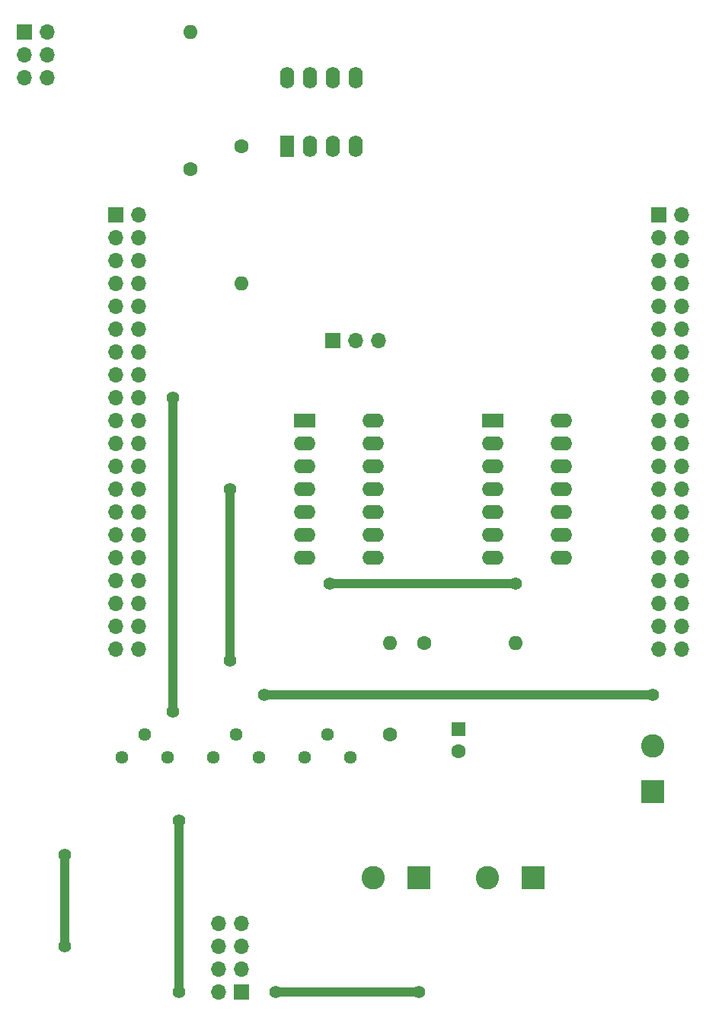
<source format=gbr>
%TF.GenerationSoftware,KiCad,Pcbnew,(5.0.1)-4*%
%TF.CreationDate,2021-10-01T09:14:40+02:00*%
%TF.ProjectId,carteDmx512,6361727465446D783531322E6B696361,rev?*%
%TF.SameCoordinates,Original*%
%TF.FileFunction,Copper,L1,Top,Signal*%
%TF.FilePolarity,Positive*%
%FSLAX46Y46*%
G04 Gerber Fmt 4.6, Leading zero omitted, Abs format (unit mm)*
G04 Created by KiCad (PCBNEW (5.0.1)-4) date 01/10/2021 09:14:40*
%MOMM*%
%LPD*%
G01*
G04 APERTURE LIST*
%TA.AperFunction,ComponentPad*%
%ADD10O,2.400000X1.600000*%
%TD*%
%TA.AperFunction,ComponentPad*%
%ADD11R,2.400000X1.600000*%
%TD*%
%TA.AperFunction,ComponentPad*%
%ADD12R,1.700000X1.700000*%
%TD*%
%TA.AperFunction,ComponentPad*%
%ADD13O,1.700000X1.700000*%
%TD*%
%TA.AperFunction,ComponentPad*%
%ADD14O,1.600000X1.600000*%
%TD*%
%TA.AperFunction,ComponentPad*%
%ADD15C,1.600000*%
%TD*%
%TA.AperFunction,ComponentPad*%
%ADD16C,1.440000*%
%TD*%
%TA.AperFunction,ComponentPad*%
%ADD17R,1.600000X2.400000*%
%TD*%
%TA.AperFunction,ComponentPad*%
%ADD18O,1.600000X2.400000*%
%TD*%
%TA.AperFunction,ComponentPad*%
%ADD19R,2.600000X2.600000*%
%TD*%
%TA.AperFunction,ComponentPad*%
%ADD20C,2.600000*%
%TD*%
%TA.AperFunction,ComponentPad*%
%ADD21R,1.600000X1.600000*%
%TD*%
%TA.AperFunction,ViaPad*%
%ADD22C,1.400000*%
%TD*%
%TA.AperFunction,Conductor*%
%ADD23C,1.000000*%
%TD*%
G04 APERTURE END LIST*
D10*
%TO.P,U1,14*%
%TO.N,5V*%
X254635000Y-96520000D03*
%TO.P,U1,7*%
%TO.N,GND*%
X247015000Y-111760000D03*
%TO.P,U1,13*%
%TO.N,Net-(J2-Pad1)*%
X254635000Y-99060000D03*
%TO.P,U1,6*%
%TO.N,start*%
X247015000Y-109220000D03*
%TO.P,U1,12*%
%TO.N,Net-(J2-Pad1)*%
X254635000Y-101600000D03*
%TO.P,U1,5*%
%TO.N,out_s*%
X247015000Y-106680000D03*
%TO.P,U1,11*%
%TO.N,Net-(J2-Pad3)*%
X254635000Y-104140000D03*
%TO.P,U1,4*%
%TO.N,Net-(U1-Pad4)*%
X247015000Y-104140000D03*
%TO.P,U1,10*%
%TO.N,N/C*%
X254635000Y-106680000D03*
%TO.P,U1,3*%
X247015000Y-101600000D03*
%TO.P,U1,9*%
X254635000Y-109220000D03*
%TO.P,U1,2*%
X247015000Y-99060000D03*
%TO.P,U1,8*%
X254635000Y-111760000D03*
D11*
%TO.P,U1,1*%
X247015000Y-96520000D03*
%TD*%
D12*
%TO.P,J4,1*%
%TO.N,SCK_nrF*%
X205105000Y-73660000D03*
D13*
%TO.P,J4,2*%
%TO.N,MISO_nrF*%
X207645000Y-73660000D03*
%TO.P,J4,3*%
%TO.N,MOSI_nrF*%
X205105000Y-76200000D03*
%TO.P,J4,4*%
%TO.N,IRQ_nrF*%
X207645000Y-76200000D03*
%TO.P,J4,5*%
%TO.N,Net-(J4-Pad5)*%
X205105000Y-78740000D03*
%TO.P,J4,6*%
%TO.N,Net-(J4-Pad6)*%
X207645000Y-78740000D03*
%TO.P,J4,7*%
%TO.N,Net-(J4-Pad7)*%
X205105000Y-81280000D03*
%TO.P,J4,8*%
%TO.N,Net-(J4-Pad8)*%
X207645000Y-81280000D03*
%TO.P,J4,9*%
%TO.N,Net-(J4-Pad9)*%
X205105000Y-83820000D03*
%TO.P,J4,10*%
%TO.N,Net-(J4-Pad10)*%
X207645000Y-83820000D03*
%TO.P,J4,11*%
%TO.N,Net-(J4-Pad11)*%
X205105000Y-86360000D03*
%TO.P,J4,12*%
%TO.N,Net-(J4-Pad12)*%
X207645000Y-86360000D03*
%TO.P,J4,13*%
%TO.N,Net-(J4-Pad13)*%
X205105000Y-88900000D03*
%TO.P,J4,14*%
%TO.N,Net-(J4-Pad14)*%
X207645000Y-88900000D03*
%TO.P,J4,15*%
%TO.N,Net-(J4-Pad15)*%
X205105000Y-91440000D03*
%TO.P,J4,16*%
%TO.N,Net-(J4-Pad16)*%
X207645000Y-91440000D03*
%TO.P,J4,17*%
%TO.N,Net-(J4-Pad17)*%
X205105000Y-93980000D03*
%TO.P,J4,18*%
%TO.N,3.3V*%
X207645000Y-93980000D03*
%TO.P,J4,19*%
%TO.N,Net-(J4-Pad19)*%
X205105000Y-96520000D03*
%TO.P,J4,20*%
%TO.N,5V*%
X207645000Y-96520000D03*
%TO.P,J4,21*%
%TO.N,Net-(J4-Pad21)*%
X205105000Y-99060000D03*
%TO.P,J4,22*%
%TO.N,Net-(J4-Pad22)*%
X207645000Y-99060000D03*
%TO.P,J4,23*%
%TO.N,Net-(J4-Pad23)*%
X205105000Y-101600000D03*
%TO.P,J4,24*%
%TO.N,Net-(J4-Pad24)*%
X207645000Y-101600000D03*
%TO.P,J4,25*%
%TO.N,Net-(J4-Pad25)*%
X205105000Y-104140000D03*
%TO.P,J4,26*%
%TO.N,Vinput*%
X207645000Y-104140000D03*
%TO.P,J4,27*%
%TO.N,Net-(J4-Pad27)*%
X205105000Y-106680000D03*
%TO.P,J4,28*%
%TO.N,Net-(J4-Pad28)*%
X207645000Y-106680000D03*
%TO.P,J4,29*%
%TO.N,Net-(J4-Pad29)*%
X205105000Y-109220000D03*
%TO.P,J4,30*%
%TO.N,TX*%
X207645000Y-109220000D03*
%TO.P,J4,31*%
%TO.N,CE_nrF*%
X205105000Y-111760000D03*
%TO.P,J4,32*%
%TO.N,Net-(J4-Pad32)*%
X207645000Y-111760000D03*
%TO.P,J4,33*%
%TO.N,CSN_nrF*%
X205105000Y-114300000D03*
%TO.P,J4,34*%
%TO.N,Net-(J4-Pad34)*%
X207645000Y-114300000D03*
%TO.P,J4,35*%
%TO.N,Net-(J4-Pad35)*%
X205105000Y-116840000D03*
%TO.P,J4,36*%
%TO.N,PitchIn*%
X207645000Y-116840000D03*
%TO.P,J4,37*%
%TO.N,AnInG*%
X205105000Y-119380000D03*
%TO.P,J4,38*%
%TO.N,VolumeIn_Adapt*%
X207645000Y-119380000D03*
%TO.P,J4,39*%
%TO.N,AnInB*%
X205105000Y-121920000D03*
%TO.P,J4,40*%
%TO.N,AnInR*%
X207645000Y-121920000D03*
%TD*%
%TO.P,J5,40*%
%TO.N,Net-(J5-Pad40)*%
X267970000Y-121920000D03*
%TO.P,J5,39*%
%TO.N,Net-(J5-Pad39)*%
X265430000Y-121920000D03*
%TO.P,J5,38*%
%TO.N,Net-(J5-Pad38)*%
X267970000Y-119380000D03*
%TO.P,J5,37*%
%TO.N,Net-(J5-Pad37)*%
X265430000Y-119380000D03*
%TO.P,J5,36*%
%TO.N,Net-(J5-Pad36)*%
X267970000Y-116840000D03*
%TO.P,J5,35*%
%TO.N,Net-(J5-Pad35)*%
X265430000Y-116840000D03*
%TO.P,J5,34*%
%TO.N,Net-(J5-Pad34)*%
X267970000Y-114300000D03*
%TO.P,J5,33*%
%TO.N,Net-(J5-Pad33)*%
X265430000Y-114300000D03*
%TO.P,J5,32*%
%TO.N,Net-(J5-Pad32)*%
X267970000Y-111760000D03*
%TO.P,J5,31*%
%TO.N,start*%
X265430000Y-111760000D03*
%TO.P,J5,30*%
%TO.N,Net-(J5-Pad30)*%
X267970000Y-109220000D03*
%TO.P,J5,29*%
%TO.N,out_s*%
X265430000Y-109220000D03*
%TO.P,J5,28*%
%TO.N,Net-(J5-Pad28)*%
X267970000Y-106680000D03*
%TO.P,J5,27*%
%TO.N,enable*%
X265430000Y-106680000D03*
%TO.P,J5,26*%
%TO.N,Net-(J5-Pad26)*%
X267970000Y-104140000D03*
%TO.P,J5,25*%
%TO.N,Net-(J5-Pad25)*%
X265430000Y-104140000D03*
%TO.P,J5,24*%
%TO.N,Net-(J5-Pad24)*%
X267970000Y-101600000D03*
%TO.P,J5,23*%
%TO.N,Net-(J5-Pad23)*%
X265430000Y-101600000D03*
%TO.P,J5,22*%
%TO.N,GND*%
X267970000Y-99060000D03*
%TO.P,J5,21*%
%TO.N,Net-(J5-Pad21)*%
X265430000Y-99060000D03*
%TO.P,J5,20*%
%TO.N,Net-(J5-Pad20)*%
X267970000Y-96520000D03*
%TO.P,J5,19*%
%TO.N,Net-(J5-Pad19)*%
X265430000Y-96520000D03*
%TO.P,J5,18*%
%TO.N,Net-(J5-Pad18)*%
X267970000Y-93980000D03*
%TO.P,J5,17*%
%TO.N,Net-(J5-Pad17)*%
X265430000Y-93980000D03*
%TO.P,J5,16*%
%TO.N,Net-(J5-Pad16)*%
X267970000Y-91440000D03*
%TO.P,J5,15*%
%TO.N,Net-(J5-Pad15)*%
X265430000Y-91440000D03*
%TO.P,J5,14*%
%TO.N,Net-(J5-Pad14)*%
X267970000Y-88900000D03*
%TO.P,J5,13*%
%TO.N,Net-(J5-Pad13)*%
X265430000Y-88900000D03*
%TO.P,J5,12*%
%TO.N,Net-(J5-Pad12)*%
X267970000Y-86360000D03*
%TO.P,J5,11*%
%TO.N,GND*%
X265430000Y-86360000D03*
%TO.P,J5,10*%
%TO.N,Net-(J5-Pad10)*%
X267970000Y-83820000D03*
%TO.P,J5,9*%
%TO.N,Net-(J5-Pad9)*%
X265430000Y-83820000D03*
%TO.P,J5,8*%
%TO.N,Net-(J5-Pad8)*%
X267970000Y-81280000D03*
%TO.P,J5,7*%
%TO.N,Net-(J5-Pad7)*%
X265430000Y-81280000D03*
%TO.P,J5,6*%
%TO.N,Net-(J5-Pad6)*%
X267970000Y-78740000D03*
%TO.P,J5,5*%
%TO.N,Net-(J5-Pad5)*%
X265430000Y-78740000D03*
%TO.P,J5,4*%
%TO.N,Net-(J5-Pad4)*%
X267970000Y-76200000D03*
%TO.P,J5,3*%
%TO.N,Net-(J5-Pad3)*%
X265430000Y-76200000D03*
%TO.P,J5,2*%
%TO.N,Net-(J5-Pad2)*%
X267970000Y-73660000D03*
D12*
%TO.P,J5,1*%
%TO.N,Net-(J5-Pad1)*%
X265430000Y-73660000D03*
%TD*%
%TO.P,J3,1*%
%TO.N,Net-(J3-Pad1)*%
X194945000Y-53340000D03*
D13*
%TO.P,J3,2*%
X197485000Y-53340000D03*
%TO.P,J3,3*%
%TO.N,Net-(J3-Pad3)*%
X194945000Y-55880000D03*
%TO.P,J3,4*%
X197485000Y-55880000D03*
%TO.P,J3,5*%
%TO.N,GND*%
X194945000Y-58420000D03*
%TO.P,J3,6*%
X197485000Y-58420000D03*
%TD*%
D14*
%TO.P,R1,2*%
%TO.N,Net-(J3-Pad1)*%
X213360000Y-53340000D03*
D15*
%TO.P,R1,1*%
%TO.N,Net-(J3-Pad3)*%
X213360000Y-68580000D03*
%TD*%
%TO.P,R2,1*%
%TO.N,Net-(R2-Pad1)*%
X219075000Y-66040000D03*
D14*
%TO.P,R2,2*%
%TO.N,GND*%
X219075000Y-81280000D03*
%TD*%
D16*
%TO.P,RV1,1*%
%TO.N,3.3V*%
X231140000Y-133985000D03*
%TO.P,RV1,2*%
%TO.N,AnInR*%
X228600000Y-131445000D03*
%TO.P,RV1,3*%
%TO.N,GND*%
X226060000Y-133985000D03*
%TD*%
%TO.P,RV2,3*%
%TO.N,GND*%
X205740000Y-133985000D03*
%TO.P,RV2,2*%
%TO.N,AnInG*%
X208280000Y-131445000D03*
%TO.P,RV2,1*%
%TO.N,3.3V*%
X210820000Y-133985000D03*
%TD*%
%TO.P,RV3,3*%
%TO.N,GND*%
X215900000Y-133985000D03*
%TO.P,RV3,2*%
%TO.N,AnInB*%
X218440000Y-131445000D03*
%TO.P,RV3,1*%
%TO.N,3.3V*%
X220980000Y-133985000D03*
%TD*%
D17*
%TO.P,U3,1*%
%TO.N,Net-(R2-Pad1)*%
X224155000Y-66040000D03*
D18*
%TO.P,U3,5*%
%TO.N,GND*%
X231775000Y-58420000D03*
%TO.P,U3,2*%
%TO.N,5V*%
X226695000Y-66040000D03*
%TO.P,U3,6*%
%TO.N,Net-(J3-Pad1)*%
X229235000Y-58420000D03*
%TO.P,U3,3*%
%TO.N,enable*%
X229235000Y-66040000D03*
%TO.P,U3,7*%
%TO.N,Net-(J3-Pad3)*%
X226695000Y-58420000D03*
%TO.P,U3,4*%
%TO.N,DMX_TX*%
X231775000Y-66040000D03*
%TO.P,U3,8*%
%TO.N,5V*%
X224155000Y-58420000D03*
%TD*%
D19*
%TO.P,J6,1*%
%TO.N,GND*%
X264795000Y-137795000D03*
D20*
%TO.P,J6,2*%
%TO.N,Vinput*%
X264795000Y-132715000D03*
%TD*%
D12*
%TO.P,J2,1*%
%TO.N,Net-(J2-Pad1)*%
X229235000Y-87630000D03*
D13*
%TO.P,J2,2*%
%TO.N,DMX_TX*%
X231775000Y-87630000D03*
%TO.P,J2,3*%
%TO.N,Net-(J2-Pad3)*%
X234315000Y-87630000D03*
%TD*%
D11*
%TO.P,U2,1*%
%TO.N,TX*%
X226060000Y-96520000D03*
D10*
%TO.P,U2,8*%
%TO.N,Net-(U1-Pad4)*%
X233680000Y-111760000D03*
%TO.P,U2,2*%
%TO.N,notstart*%
X226060000Y-99060000D03*
%TO.P,U2,9*%
%TO.N,Net-(U2-Pad11)*%
X233680000Y-109220000D03*
%TO.P,U2,3*%
%TO.N,Net-(U2-Pad12)*%
X226060000Y-101600000D03*
%TO.P,U2,10*%
%TO.N,Net-(J2-Pad1)*%
X233680000Y-106680000D03*
%TO.P,U2,4*%
%TO.N,notstart*%
X226060000Y-104140000D03*
%TO.P,U2,11*%
%TO.N,Net-(U2-Pad11)*%
X233680000Y-104140000D03*
%TO.P,U2,5*%
%TO.N,start*%
X226060000Y-106680000D03*
%TO.P,U2,12*%
%TO.N,Net-(U2-Pad12)*%
X233680000Y-101600000D03*
%TO.P,U2,6*%
%TO.N,start*%
X226060000Y-109220000D03*
%TO.P,U2,13*%
%TO.N,Net-(U2-Pad12)*%
X233680000Y-99060000D03*
%TO.P,U2,7*%
%TO.N,GND*%
X226060000Y-111760000D03*
%TO.P,U2,14*%
%TO.N,5V*%
X233680000Y-96520000D03*
%TD*%
D19*
%TO.P,J7,1*%
%TO.N,GND*%
X238760000Y-147320000D03*
D20*
%TO.P,J7,2*%
%TO.N,VolumeIn*%
X233680000Y-147320000D03*
%TD*%
D14*
%TO.P,R3,2*%
%TO.N,VolumeIn_Adapt*%
X235585000Y-121285000D03*
D15*
%TO.P,R3,1*%
%TO.N,3.3V*%
X235585000Y-131445000D03*
%TD*%
%TO.P,R4,1*%
%TO.N,VolumeIn_Adapt*%
X239395000Y-121285000D03*
D14*
%TO.P,R4,2*%
%TO.N,GND*%
X249555000Y-121285000D03*
%TD*%
D19*
%TO.P,J1,1*%
%TO.N,GND*%
X251460000Y-147320000D03*
D20*
%TO.P,J1,2*%
%TO.N,PitchIn*%
X246380000Y-147320000D03*
%TD*%
D12*
%TO.P,J8,1*%
%TO.N,GND*%
X219075000Y-160020000D03*
D13*
%TO.P,J8,2*%
%TO.N,3.3V*%
X216535000Y-160020000D03*
%TO.P,J8,3*%
%TO.N,CE_nrF*%
X219075000Y-157480000D03*
%TO.P,J8,4*%
%TO.N,CSN_nrF*%
X216535000Y-157480000D03*
%TO.P,J8,5*%
%TO.N,SCK_nrF*%
X219075000Y-154940000D03*
%TO.P,J8,6*%
%TO.N,MOSI_nrF*%
X216535000Y-154940000D03*
%TO.P,J8,7*%
%TO.N,MISO_nrF*%
X219075000Y-152400000D03*
%TO.P,J8,8*%
%TO.N,IRQ_nrF*%
X216535000Y-152400000D03*
%TD*%
D21*
%TO.P,C1,1*%
%TO.N,VolumeIn_Adapt*%
X243205000Y-130810000D03*
D15*
%TO.P,C1,2*%
%TO.N,VolumeIn*%
X243205000Y-133310000D03*
%TD*%
D22*
%TO.N,start*%
X228917500Y-114617502D03*
X249555000Y-114617501D03*
%TO.N,GND*%
X222885000Y-160020000D03*
X238760000Y-160020000D03*
%TO.N,3.3V*%
X212090000Y-160020000D03*
X211455000Y-93980000D03*
X211455000Y-128905000D03*
X212090000Y-140970000D03*
%TO.N,Vinput*%
X217805000Y-104140000D03*
X264794994Y-127000000D03*
X217805000Y-123190000D03*
X221615000Y-127000004D03*
%TO.N,MOSI_nrF*%
X199390000Y-144780000D03*
X199390000Y-154940000D03*
%TD*%
D23*
%TO.N,start*%
X228917500Y-114617502D02*
X229907450Y-114617501D01*
X229907450Y-114617501D02*
X249555000Y-114617501D01*
%TO.N,GND*%
X222885000Y-160020000D02*
X238760000Y-160020000D01*
%TO.N,3.3V*%
X211455000Y-93980000D02*
X211455000Y-128905000D01*
X212090000Y-160020000D02*
X212090000Y-140970000D01*
%TO.N,Vinput*%
X217805000Y-104140000D02*
X217805000Y-123190000D01*
X264794994Y-127000000D02*
X221615004Y-127000000D01*
X221615004Y-127000000D02*
X221615000Y-127000004D01*
%TO.N,MOSI_nrF*%
X199390000Y-154940000D02*
X199390000Y-144780000D01*
%TD*%
M02*

</source>
